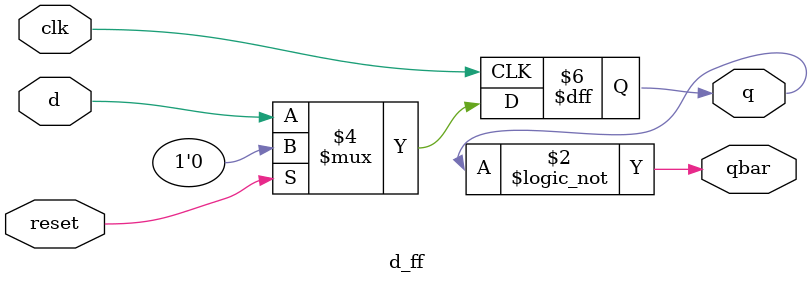
<source format=v>
module d_ff(d,clk,reset,q,qbar);
input d,clk,reset;
output reg q,qbar;
always@(posedge clk)
begin
if(reset)
q<=1'b0;
else
q<=d;
end
assign qbar=!q;
endmodule

</source>
